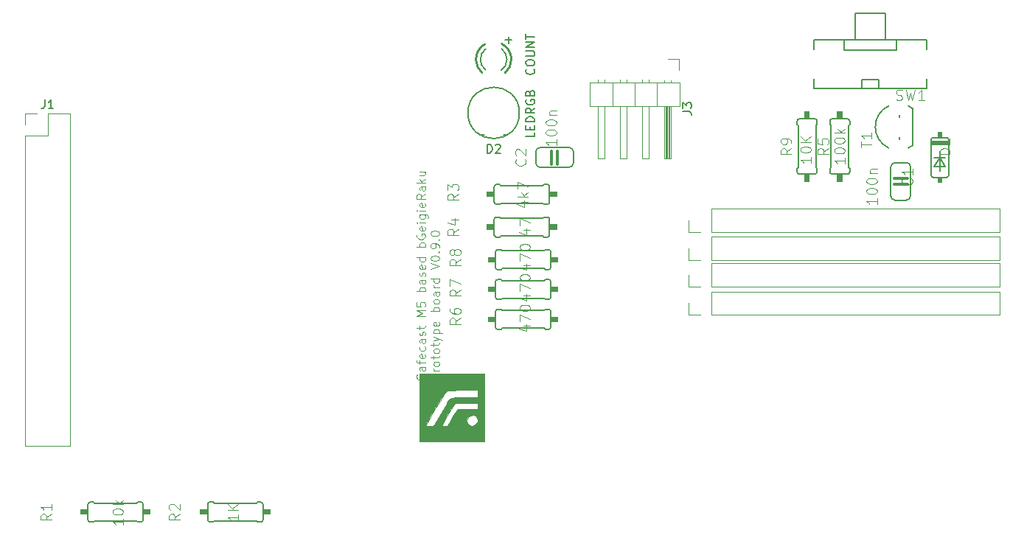
<source format=gbr>
G04 #@! TF.GenerationSoftware,KiCad,Pcbnew,(5.99.0-128-g6ff45b44c)*
G04 #@! TF.CreationDate,2019-09-15T18:53:50+09:00*
G04 #@! TF.ProjectId,M5_board,4d355f62-6f61-4726-942e-6b696361645f,rev?*
G04 #@! TF.SameCoordinates,Original*
G04 #@! TF.FileFunction,Legend,Top*
G04 #@! TF.FilePolarity,Positive*
%FSLAX46Y46*%
G04 Gerber Fmt 4.6, Leading zero omitted, Abs format (unit mm)*
G04 Created by KiCad (PCBNEW (5.99.0-128-g6ff45b44c)) date 2019-09-15 18:53:50*
%MOMM*%
%LPD*%
G04 APERTURE LIST*
%ADD10C,0.100000*%
%ADD11C,0.010000*%
%ADD12C,0.120000*%
%ADD13C,0.152400*%
%ADD14C,0.150000*%
%ADD15C,0.304800*%
%ADD16C,0.127000*%
%ADD17C,0.254000*%
%ADD18C,0.120650*%
%ADD19C,0.096520*%
G04 APERTURE END LIST*
D10*
X138349761Y-108744523D02*
X138397380Y-108601666D01*
X138397380Y-108363571D01*
X138349761Y-108268333D01*
X138302142Y-108220714D01*
X138206904Y-108173095D01*
X138111666Y-108173095D01*
X138016428Y-108220714D01*
X137968809Y-108268333D01*
X137921190Y-108363571D01*
X137873571Y-108554047D01*
X137825952Y-108649285D01*
X137778333Y-108696904D01*
X137683095Y-108744523D01*
X137587857Y-108744523D01*
X137492619Y-108696904D01*
X137445000Y-108649285D01*
X137397380Y-108554047D01*
X137397380Y-108315952D01*
X137445000Y-108173095D01*
X138397380Y-107315952D02*
X137873571Y-107315952D01*
X137778333Y-107363571D01*
X137730714Y-107458809D01*
X137730714Y-107649285D01*
X137778333Y-107744523D01*
X138349761Y-107315952D02*
X138397380Y-107411190D01*
X138397380Y-107649285D01*
X138349761Y-107744523D01*
X138254523Y-107792142D01*
X138159285Y-107792142D01*
X138064047Y-107744523D01*
X138016428Y-107649285D01*
X138016428Y-107411190D01*
X137968809Y-107315952D01*
X137730714Y-106982619D02*
X137730714Y-106601666D01*
X138397380Y-106839761D02*
X137540238Y-106839761D01*
X137445000Y-106792142D01*
X137397380Y-106696904D01*
X137397380Y-106601666D01*
X138349761Y-105887380D02*
X138397380Y-105982619D01*
X138397380Y-106173095D01*
X138349761Y-106268333D01*
X138254523Y-106315952D01*
X137873571Y-106315952D01*
X137778333Y-106268333D01*
X137730714Y-106173095D01*
X137730714Y-105982619D01*
X137778333Y-105887380D01*
X137873571Y-105839761D01*
X137968809Y-105839761D01*
X138064047Y-106315952D01*
X138349761Y-104982619D02*
X138397380Y-105077857D01*
X138397380Y-105268333D01*
X138349761Y-105363571D01*
X138302142Y-105411190D01*
X138206904Y-105458809D01*
X137921190Y-105458809D01*
X137825952Y-105411190D01*
X137778333Y-105363571D01*
X137730714Y-105268333D01*
X137730714Y-105077857D01*
X137778333Y-104982619D01*
X138397380Y-104125476D02*
X137873571Y-104125476D01*
X137778333Y-104173095D01*
X137730714Y-104268333D01*
X137730714Y-104458809D01*
X137778333Y-104554047D01*
X138349761Y-104125476D02*
X138397380Y-104220714D01*
X138397380Y-104458809D01*
X138349761Y-104554047D01*
X138254523Y-104601666D01*
X138159285Y-104601666D01*
X138064047Y-104554047D01*
X138016428Y-104458809D01*
X138016428Y-104220714D01*
X137968809Y-104125476D01*
X138349761Y-103696904D02*
X138397380Y-103601666D01*
X138397380Y-103411190D01*
X138349761Y-103315952D01*
X138254523Y-103268333D01*
X138206904Y-103268333D01*
X138111666Y-103315952D01*
X138064047Y-103411190D01*
X138064047Y-103554047D01*
X138016428Y-103649285D01*
X137921190Y-103696904D01*
X137873571Y-103696904D01*
X137778333Y-103649285D01*
X137730714Y-103554047D01*
X137730714Y-103411190D01*
X137778333Y-103315952D01*
X137730714Y-102982619D02*
X137730714Y-102601666D01*
X137397380Y-102839761D02*
X138254523Y-102839761D01*
X138349761Y-102792142D01*
X138397380Y-102696904D01*
X138397380Y-102601666D01*
X138397380Y-101506428D02*
X137397380Y-101506428D01*
X138111666Y-101173095D01*
X137397380Y-100839761D01*
X138397380Y-100839761D01*
X137397380Y-99887380D02*
X137397380Y-100363571D01*
X137873571Y-100411190D01*
X137825952Y-100363571D01*
X137778333Y-100268333D01*
X137778333Y-100030238D01*
X137825952Y-99935000D01*
X137873571Y-99887380D01*
X137968809Y-99839761D01*
X138206904Y-99839761D01*
X138302142Y-99887380D01*
X138349761Y-99935000D01*
X138397380Y-100030238D01*
X138397380Y-100268333D01*
X138349761Y-100363571D01*
X138302142Y-100411190D01*
X138397380Y-98649285D02*
X137397380Y-98649285D01*
X137778333Y-98649285D02*
X137730714Y-98554047D01*
X137730714Y-98363571D01*
X137778333Y-98268333D01*
X137825952Y-98220714D01*
X137921190Y-98173095D01*
X138206904Y-98173095D01*
X138302142Y-98220714D01*
X138349761Y-98268333D01*
X138397380Y-98363571D01*
X138397380Y-98554047D01*
X138349761Y-98649285D01*
X138397380Y-97315952D02*
X137873571Y-97315952D01*
X137778333Y-97363571D01*
X137730714Y-97458809D01*
X137730714Y-97649285D01*
X137778333Y-97744523D01*
X138349761Y-97315952D02*
X138397380Y-97411190D01*
X138397380Y-97649285D01*
X138349761Y-97744523D01*
X138254523Y-97792142D01*
X138159285Y-97792142D01*
X138064047Y-97744523D01*
X138016428Y-97649285D01*
X138016428Y-97411190D01*
X137968809Y-97315952D01*
X138349761Y-96887380D02*
X138397380Y-96792142D01*
X138397380Y-96601666D01*
X138349761Y-96506428D01*
X138254523Y-96458809D01*
X138206904Y-96458809D01*
X138111666Y-96506428D01*
X138064047Y-96601666D01*
X138064047Y-96744523D01*
X138016428Y-96839761D01*
X137921190Y-96887380D01*
X137873571Y-96887380D01*
X137778333Y-96839761D01*
X137730714Y-96744523D01*
X137730714Y-96601666D01*
X137778333Y-96506428D01*
X138349761Y-95649285D02*
X138397380Y-95744523D01*
X138397380Y-95935000D01*
X138349761Y-96030238D01*
X138254523Y-96077857D01*
X137873571Y-96077857D01*
X137778333Y-96030238D01*
X137730714Y-95935000D01*
X137730714Y-95744523D01*
X137778333Y-95649285D01*
X137873571Y-95601666D01*
X137968809Y-95601666D01*
X138064047Y-96077857D01*
X138397380Y-94744523D02*
X137397380Y-94744523D01*
X138349761Y-94744523D02*
X138397380Y-94839761D01*
X138397380Y-95030238D01*
X138349761Y-95125476D01*
X138302142Y-95173095D01*
X138206904Y-95220714D01*
X137921190Y-95220714D01*
X137825952Y-95173095D01*
X137778333Y-95125476D01*
X137730714Y-95030238D01*
X137730714Y-94839761D01*
X137778333Y-94744523D01*
X138397380Y-93506428D02*
X137397380Y-93506428D01*
X137778333Y-93506428D02*
X137730714Y-93411190D01*
X137730714Y-93220714D01*
X137778333Y-93125476D01*
X137825952Y-93077857D01*
X137921190Y-93030238D01*
X138206904Y-93030238D01*
X138302142Y-93077857D01*
X138349761Y-93125476D01*
X138397380Y-93220714D01*
X138397380Y-93411190D01*
X138349761Y-93506428D01*
X137445000Y-92077857D02*
X137397380Y-92173095D01*
X137397380Y-92315952D01*
X137445000Y-92458809D01*
X137540238Y-92554047D01*
X137635476Y-92601666D01*
X137825952Y-92649285D01*
X137968809Y-92649285D01*
X138159285Y-92601666D01*
X138254523Y-92554047D01*
X138349761Y-92458809D01*
X138397380Y-92315952D01*
X138397380Y-92220714D01*
X138349761Y-92077857D01*
X138302142Y-92030238D01*
X137968809Y-92030238D01*
X137968809Y-92220714D01*
X138349761Y-91220714D02*
X138397380Y-91315952D01*
X138397380Y-91506428D01*
X138349761Y-91601666D01*
X138254523Y-91649285D01*
X137873571Y-91649285D01*
X137778333Y-91601666D01*
X137730714Y-91506428D01*
X137730714Y-91315952D01*
X137778333Y-91220714D01*
X137873571Y-91173095D01*
X137968809Y-91173095D01*
X138064047Y-91649285D01*
X138397380Y-90744523D02*
X137730714Y-90744523D01*
X137397380Y-90744523D02*
X137445000Y-90792142D01*
X137492619Y-90744523D01*
X137445000Y-90696904D01*
X137397380Y-90744523D01*
X137492619Y-90744523D01*
X137730714Y-89839761D02*
X138540238Y-89839761D01*
X138635476Y-89887380D01*
X138683095Y-89935000D01*
X138730714Y-90030238D01*
X138730714Y-90173095D01*
X138683095Y-90268333D01*
X138349761Y-89839761D02*
X138397380Y-89935000D01*
X138397380Y-90125476D01*
X138349761Y-90220714D01*
X138302142Y-90268333D01*
X138206904Y-90315952D01*
X137921190Y-90315952D01*
X137825952Y-90268333D01*
X137778333Y-90220714D01*
X137730714Y-90125476D01*
X137730714Y-89935000D01*
X137778333Y-89839761D01*
X138397380Y-89363571D02*
X137730714Y-89363571D01*
X137397380Y-89363571D02*
X137445000Y-89411190D01*
X137492619Y-89363571D01*
X137445000Y-89315952D01*
X137397380Y-89363571D01*
X137492619Y-89363571D01*
X138349761Y-88506428D02*
X138397380Y-88601666D01*
X138397380Y-88792142D01*
X138349761Y-88887380D01*
X138254523Y-88935000D01*
X137873571Y-88935000D01*
X137778333Y-88887380D01*
X137730714Y-88792142D01*
X137730714Y-88601666D01*
X137778333Y-88506428D01*
X137873571Y-88458809D01*
X137968809Y-88458809D01*
X138064047Y-88935000D01*
X138397380Y-87458809D02*
X137921190Y-87792142D01*
X138397380Y-88030238D02*
X137397380Y-88030238D01*
X137397380Y-87649285D01*
X137445000Y-87554047D01*
X137492619Y-87506428D01*
X137587857Y-87458809D01*
X137730714Y-87458809D01*
X137825952Y-87506428D01*
X137873571Y-87554047D01*
X137921190Y-87649285D01*
X137921190Y-88030238D01*
X138397380Y-86601666D02*
X137873571Y-86601666D01*
X137778333Y-86649285D01*
X137730714Y-86744523D01*
X137730714Y-86935000D01*
X137778333Y-87030238D01*
X138349761Y-86601666D02*
X138397380Y-86696904D01*
X138397380Y-86935000D01*
X138349761Y-87030238D01*
X138254523Y-87077857D01*
X138159285Y-87077857D01*
X138064047Y-87030238D01*
X138016428Y-86935000D01*
X138016428Y-86696904D01*
X137968809Y-86601666D01*
X138397380Y-86125476D02*
X137397380Y-86125476D01*
X138016428Y-86030238D02*
X138397380Y-85744523D01*
X137730714Y-85744523D02*
X138111666Y-86125476D01*
X137730714Y-84887380D02*
X138397380Y-84887380D01*
X137730714Y-85315952D02*
X138254523Y-85315952D01*
X138349761Y-85268333D01*
X138397380Y-85173095D01*
X138397380Y-85030238D01*
X138349761Y-84935000D01*
X138302142Y-84887380D01*
X139340714Y-108696904D02*
X140340714Y-108696904D01*
X139388333Y-108696904D02*
X139340714Y-108601666D01*
X139340714Y-108411190D01*
X139388333Y-108315952D01*
X139435952Y-108268333D01*
X139531190Y-108220714D01*
X139816904Y-108220714D01*
X139912142Y-108268333D01*
X139959761Y-108315952D01*
X140007380Y-108411190D01*
X140007380Y-108601666D01*
X139959761Y-108696904D01*
X140007380Y-107792142D02*
X139340714Y-107792142D01*
X139531190Y-107792142D02*
X139435952Y-107744523D01*
X139388333Y-107696904D01*
X139340714Y-107601666D01*
X139340714Y-107506428D01*
X140007380Y-107030238D02*
X139959761Y-107125476D01*
X139912142Y-107173095D01*
X139816904Y-107220714D01*
X139531190Y-107220714D01*
X139435952Y-107173095D01*
X139388333Y-107125476D01*
X139340714Y-107030238D01*
X139340714Y-106887380D01*
X139388333Y-106792142D01*
X139435952Y-106744523D01*
X139531190Y-106696904D01*
X139816904Y-106696904D01*
X139912142Y-106744523D01*
X139959761Y-106792142D01*
X140007380Y-106887380D01*
X140007380Y-107030238D01*
X139340714Y-106411190D02*
X139340714Y-106030238D01*
X139007380Y-106268333D02*
X139864523Y-106268333D01*
X139959761Y-106220714D01*
X140007380Y-106125476D01*
X140007380Y-106030238D01*
X140007380Y-105554047D02*
X139959761Y-105649285D01*
X139912142Y-105696904D01*
X139816904Y-105744523D01*
X139531190Y-105744523D01*
X139435952Y-105696904D01*
X139388333Y-105649285D01*
X139340714Y-105554047D01*
X139340714Y-105411190D01*
X139388333Y-105315952D01*
X139435952Y-105268333D01*
X139531190Y-105220714D01*
X139816904Y-105220714D01*
X139912142Y-105268333D01*
X139959761Y-105315952D01*
X140007380Y-105411190D01*
X140007380Y-105554047D01*
X139340714Y-104935000D02*
X139340714Y-104554047D01*
X139007380Y-104792142D02*
X139864523Y-104792142D01*
X139959761Y-104744523D01*
X140007380Y-104649285D01*
X140007380Y-104554047D01*
X139340714Y-104315952D02*
X140007380Y-104077857D01*
X139340714Y-103839761D02*
X140007380Y-104077857D01*
X140245476Y-104173095D01*
X140293095Y-104220714D01*
X140340714Y-104315952D01*
X139340714Y-103458809D02*
X140340714Y-103458809D01*
X139388333Y-103458809D02*
X139340714Y-103363571D01*
X139340714Y-103173095D01*
X139388333Y-103077857D01*
X139435952Y-103030238D01*
X139531190Y-102982619D01*
X139816904Y-102982619D01*
X139912142Y-103030238D01*
X139959761Y-103077857D01*
X140007380Y-103173095D01*
X140007380Y-103363571D01*
X139959761Y-103458809D01*
X139959761Y-102173095D02*
X140007380Y-102268333D01*
X140007380Y-102458809D01*
X139959761Y-102554047D01*
X139864523Y-102601666D01*
X139483571Y-102601666D01*
X139388333Y-102554047D01*
X139340714Y-102458809D01*
X139340714Y-102268333D01*
X139388333Y-102173095D01*
X139483571Y-102125476D01*
X139578809Y-102125476D01*
X139674047Y-102601666D01*
X140007380Y-100935000D02*
X139007380Y-100935000D01*
X139388333Y-100935000D02*
X139340714Y-100839761D01*
X139340714Y-100649285D01*
X139388333Y-100554047D01*
X139435952Y-100506428D01*
X139531190Y-100458809D01*
X139816904Y-100458809D01*
X139912142Y-100506428D01*
X139959761Y-100554047D01*
X140007380Y-100649285D01*
X140007380Y-100839761D01*
X139959761Y-100935000D01*
X140007380Y-99887380D02*
X139959761Y-99982619D01*
X139912142Y-100030238D01*
X139816904Y-100077857D01*
X139531190Y-100077857D01*
X139435952Y-100030238D01*
X139388333Y-99982619D01*
X139340714Y-99887380D01*
X139340714Y-99744523D01*
X139388333Y-99649285D01*
X139435952Y-99601666D01*
X139531190Y-99554047D01*
X139816904Y-99554047D01*
X139912142Y-99601666D01*
X139959761Y-99649285D01*
X140007380Y-99744523D01*
X140007380Y-99887380D01*
X140007380Y-98696904D02*
X139483571Y-98696904D01*
X139388333Y-98744523D01*
X139340714Y-98839761D01*
X139340714Y-99030238D01*
X139388333Y-99125476D01*
X139959761Y-98696904D02*
X140007380Y-98792142D01*
X140007380Y-99030238D01*
X139959761Y-99125476D01*
X139864523Y-99173095D01*
X139769285Y-99173095D01*
X139674047Y-99125476D01*
X139626428Y-99030238D01*
X139626428Y-98792142D01*
X139578809Y-98696904D01*
X140007380Y-98220714D02*
X139340714Y-98220714D01*
X139531190Y-98220714D02*
X139435952Y-98173095D01*
X139388333Y-98125476D01*
X139340714Y-98030238D01*
X139340714Y-97935000D01*
X140007380Y-97173095D02*
X139007380Y-97173095D01*
X139959761Y-97173095D02*
X140007380Y-97268333D01*
X140007380Y-97458809D01*
X139959761Y-97554047D01*
X139912142Y-97601666D01*
X139816904Y-97649285D01*
X139531190Y-97649285D01*
X139435952Y-97601666D01*
X139388333Y-97554047D01*
X139340714Y-97458809D01*
X139340714Y-97268333D01*
X139388333Y-97173095D01*
X139007380Y-96077857D02*
X140007380Y-95744523D01*
X139007380Y-95411190D01*
X139007380Y-94887380D02*
X139007380Y-94792142D01*
X139055000Y-94696904D01*
X139102619Y-94649285D01*
X139197857Y-94601666D01*
X139388333Y-94554047D01*
X139626428Y-94554047D01*
X139816904Y-94601666D01*
X139912142Y-94649285D01*
X139959761Y-94696904D01*
X140007380Y-94792142D01*
X140007380Y-94887380D01*
X139959761Y-94982619D01*
X139912142Y-95030238D01*
X139816904Y-95077857D01*
X139626428Y-95125476D01*
X139388333Y-95125476D01*
X139197857Y-95077857D01*
X139102619Y-95030238D01*
X139055000Y-94982619D01*
X139007380Y-94887380D01*
X139912142Y-94125476D02*
X139959761Y-94077857D01*
X140007380Y-94125476D01*
X139959761Y-94173095D01*
X139912142Y-94125476D01*
X140007380Y-94125476D01*
X140007380Y-93601666D02*
X140007380Y-93411190D01*
X139959761Y-93315952D01*
X139912142Y-93268333D01*
X139769285Y-93173095D01*
X139578809Y-93125476D01*
X139197857Y-93125476D01*
X139102619Y-93173095D01*
X139055000Y-93220714D01*
X139007380Y-93315952D01*
X139007380Y-93506428D01*
X139055000Y-93601666D01*
X139102619Y-93649285D01*
X139197857Y-93696904D01*
X139435952Y-93696904D01*
X139531190Y-93649285D01*
X139578809Y-93601666D01*
X139626428Y-93506428D01*
X139626428Y-93315952D01*
X139578809Y-93220714D01*
X139531190Y-93173095D01*
X139435952Y-93125476D01*
X139912142Y-92696904D02*
X139959761Y-92649285D01*
X140007380Y-92696904D01*
X139959761Y-92744523D01*
X139912142Y-92696904D01*
X140007380Y-92696904D01*
X139007380Y-92030238D02*
X139007380Y-91935000D01*
X139055000Y-91839761D01*
X139102619Y-91792142D01*
X139197857Y-91744523D01*
X139388333Y-91696904D01*
X139626428Y-91696904D01*
X139816904Y-91744523D01*
X139912142Y-91792142D01*
X139959761Y-91839761D01*
X140007380Y-91935000D01*
X140007380Y-92030238D01*
X139959761Y-92125476D01*
X139912142Y-92173095D01*
X139816904Y-92220714D01*
X139626428Y-92268333D01*
X139388333Y-92268333D01*
X139197857Y-92220714D01*
X139102619Y-92173095D01*
X139055000Y-92125476D01*
X139007380Y-92030238D01*
D11*
G36*
X137774667Y-108105333D02*
G01*
X145225333Y-108105333D01*
X145225333Y-115894666D01*
X137774667Y-115894666D01*
X137774667Y-114072723D01*
X138452000Y-114072723D01*
X138528512Y-114097006D01*
X138725509Y-114112965D01*
X138908313Y-114116666D01*
X139364626Y-114116666D01*
X140239509Y-114116666D01*
X140600605Y-114116667D01*
X140961702Y-114116667D01*
X141287156Y-113530028D01*
X143181457Y-113530028D01*
X143270157Y-113792998D01*
X143459549Y-113989000D01*
X143716544Y-114084293D01*
X144008056Y-114045135D01*
X144018132Y-114041058D01*
X144259736Y-113874147D01*
X144422016Y-113636657D01*
X144457603Y-113498629D01*
X144425935Y-113383092D01*
X144341325Y-113195088D01*
X144334793Y-113182355D01*
X144138399Y-112958214D01*
X143878816Y-112859002D01*
X143604647Y-112882459D01*
X143364497Y-113026330D01*
X143226536Y-113233830D01*
X143181457Y-113530028D01*
X141287156Y-113530028D01*
X141372700Y-113375833D01*
X141567335Y-113030601D01*
X141749737Y-112716850D01*
X141892799Y-112480781D01*
X141943948Y-112402166D01*
X142104197Y-112169333D01*
X144463333Y-112169333D01*
X144463333Y-111492000D01*
X141899407Y-111492000D01*
X141649390Y-111767166D01*
X141515083Y-111943585D01*
X141324107Y-112232058D01*
X141099934Y-112595469D01*
X140866035Y-112996705D01*
X140819441Y-113079500D01*
X140239509Y-114116666D01*
X139364626Y-114116666D01*
X140231650Y-112589760D01*
X140502087Y-112122327D01*
X140755623Y-111700470D01*
X140976894Y-111348486D01*
X141150530Y-111090674D01*
X141261167Y-110951328D01*
X141275843Y-110938760D01*
X141379244Y-110891652D01*
X141550256Y-110857434D01*
X141811891Y-110834411D01*
X142187161Y-110820884D01*
X142699078Y-110815155D01*
X142958172Y-110814666D01*
X144463333Y-110814666D01*
X144463333Y-109958495D01*
X142694016Y-109984414D01*
X142097003Y-109994359D01*
X141645777Y-110005858D01*
X141316797Y-110021191D01*
X141086518Y-110042641D01*
X140931397Y-110072488D01*
X140827890Y-110113014D01*
X140752454Y-110166500D01*
X140744851Y-110173279D01*
X140668020Y-110276004D01*
X140523570Y-110498775D01*
X140325557Y-110817686D01*
X140088036Y-111208835D01*
X139825062Y-111648317D01*
X139550692Y-112112228D01*
X139278980Y-112576665D01*
X139023982Y-113017724D01*
X138799754Y-113411500D01*
X138620350Y-113734089D01*
X138499826Y-113961588D01*
X138452237Y-114070093D01*
X138452000Y-114072723D01*
X137774667Y-114072723D01*
X137774667Y-108105333D01*
X137774667Y-108105333D01*
G37*
X137774667Y-108105333D02*
X145225333Y-108105333D01*
X145225333Y-115894666D01*
X137774667Y-115894666D01*
X137774667Y-114072723D01*
X138452000Y-114072723D01*
X138528512Y-114097006D01*
X138725509Y-114112965D01*
X138908313Y-114116666D01*
X139364626Y-114116666D01*
X140239509Y-114116666D01*
X140600605Y-114116667D01*
X140961702Y-114116667D01*
X141287156Y-113530028D01*
X143181457Y-113530028D01*
X143270157Y-113792998D01*
X143459549Y-113989000D01*
X143716544Y-114084293D01*
X144008056Y-114045135D01*
X144018132Y-114041058D01*
X144259736Y-113874147D01*
X144422016Y-113636657D01*
X144457603Y-113498629D01*
X144425935Y-113383092D01*
X144341325Y-113195088D01*
X144334793Y-113182355D01*
X144138399Y-112958214D01*
X143878816Y-112859002D01*
X143604647Y-112882459D01*
X143364497Y-113026330D01*
X143226536Y-113233830D01*
X143181457Y-113530028D01*
X141287156Y-113530028D01*
X141372700Y-113375833D01*
X141567335Y-113030601D01*
X141749737Y-112716850D01*
X141892799Y-112480781D01*
X141943948Y-112402166D01*
X142104197Y-112169333D01*
X144463333Y-112169333D01*
X144463333Y-111492000D01*
X141899407Y-111492000D01*
X141649390Y-111767166D01*
X141515083Y-111943585D01*
X141324107Y-112232058D01*
X141099934Y-112595469D01*
X140866035Y-112996705D01*
X140819441Y-113079500D01*
X140239509Y-114116666D01*
X139364626Y-114116666D01*
X140231650Y-112589760D01*
X140502087Y-112122327D01*
X140755623Y-111700470D01*
X140976894Y-111348486D01*
X141150530Y-111090674D01*
X141261167Y-110951328D01*
X141275843Y-110938760D01*
X141379244Y-110891652D01*
X141550256Y-110857434D01*
X141811891Y-110834411D01*
X142187161Y-110820884D01*
X142699078Y-110815155D01*
X142958172Y-110814666D01*
X144463333Y-110814666D01*
X144463333Y-109958495D01*
X142694016Y-109984414D01*
X142097003Y-109994359D01*
X141645777Y-110005858D01*
X141316797Y-110021191D01*
X141086518Y-110042641D01*
X140931397Y-110072488D01*
X140827890Y-110113014D01*
X140752454Y-110166500D01*
X140744851Y-110173279D01*
X140668020Y-110276004D01*
X140523570Y-110498775D01*
X140325557Y-110817686D01*
X140088036Y-111208835D01*
X139825062Y-111648317D01*
X139550692Y-112112228D01*
X139278980Y-112576665D01*
X139023982Y-113017724D01*
X138799754Y-113411500D01*
X138620350Y-113734089D01*
X138499826Y-113961588D01*
X138452237Y-114070093D01*
X138452000Y-114072723D01*
X137774667Y-114072723D01*
X137774667Y-108105333D01*
D12*
X168670000Y-91830000D02*
X168670000Y-90500000D01*
X170000000Y-91830000D02*
X168670000Y-91830000D01*
X171270000Y-91830000D02*
X171270000Y-89170000D01*
X171270000Y-89170000D02*
X204350000Y-89170000D01*
X171270000Y-91830000D02*
X204350000Y-91830000D01*
X204350000Y-91830000D02*
X204350000Y-89170000D01*
X168670000Y-95030000D02*
X168670000Y-93700000D01*
X170000000Y-95030000D02*
X168670000Y-95030000D01*
X171270000Y-95030000D02*
X171270000Y-92370000D01*
X171270000Y-92370000D02*
X204350000Y-92370000D01*
X171270000Y-95030000D02*
X204350000Y-95030000D01*
X204350000Y-95030000D02*
X204350000Y-92370000D01*
X168670000Y-98080000D02*
X168670000Y-96750000D01*
X170000000Y-98080000D02*
X168670000Y-98080000D01*
X171270000Y-98080000D02*
X171270000Y-95420000D01*
X171270000Y-95420000D02*
X204350000Y-95420000D01*
X171270000Y-98080000D02*
X204350000Y-98080000D01*
X204350000Y-98080000D02*
X204350000Y-95420000D01*
X168670000Y-101330000D02*
X168670000Y-100000000D01*
X170000000Y-101330000D02*
X168670000Y-101330000D01*
X171270000Y-101330000D02*
X171270000Y-98670000D01*
X171270000Y-98670000D02*
X204350000Y-98670000D01*
X171270000Y-101330000D02*
X204350000Y-101330000D01*
X204350000Y-101330000D02*
X204350000Y-98670000D01*
D13*
X113659000Y-122857000D02*
G75*
G03X113405000Y-123111000I0J-254000D01*
G01*
X113659000Y-125143000D02*
G75*
G02X113405000Y-124889000I0J254000D01*
G01*
X119755000Y-124889000D02*
G75*
G02X119501000Y-125143000I-254000J0D01*
G01*
X119755000Y-123111000D02*
G75*
G03X119501000Y-122857000I-254000J0D01*
G01*
X113405000Y-124889000D02*
X113405000Y-123111000D01*
X113659000Y-122857000D02*
X114040000Y-122857000D01*
X114167000Y-122984000D02*
X114040000Y-122857000D01*
X113659000Y-125143000D02*
X114040000Y-125143000D01*
X114167000Y-125016000D02*
X114040000Y-125143000D01*
X118993000Y-122984000D02*
X119120000Y-122857000D01*
X118993000Y-122984000D02*
X114167000Y-122984000D01*
X118993000Y-125016000D02*
X119120000Y-125143000D01*
X118993000Y-125016000D02*
X114167000Y-125016000D01*
X119501000Y-122857000D02*
X119120000Y-122857000D01*
X119501000Y-125143000D02*
X119120000Y-125143000D01*
X119755000Y-124889000D02*
X119755000Y-123111000D01*
D14*
G36*
X120618600Y-124304800D02*
G01*
X119755000Y-124304800D01*
X119755000Y-123695200D01*
X120618600Y-123695200D01*
X120618600Y-124304800D01*
X120618600Y-124304800D01*
G37*
G36*
X113405000Y-124304800D02*
G01*
X112541400Y-124304800D01*
X112541400Y-123695200D01*
X113405000Y-123695200D01*
X113405000Y-124304800D01*
X113405000Y-124304800D01*
G37*
D13*
X99909000Y-122857000D02*
G75*
G03X99655000Y-123111000I0J-254000D01*
G01*
X99909000Y-125143000D02*
G75*
G02X99655000Y-124889000I0J254000D01*
G01*
X106005000Y-124889000D02*
G75*
G02X105751000Y-125143000I-254000J0D01*
G01*
X106005000Y-123111000D02*
G75*
G03X105751000Y-122857000I-254000J0D01*
G01*
X99655000Y-124889000D02*
X99655000Y-123111000D01*
X99909000Y-122857000D02*
X100290000Y-122857000D01*
X100417000Y-122984000D02*
X100290000Y-122857000D01*
X99909000Y-125143000D02*
X100290000Y-125143000D01*
X100417000Y-125016000D02*
X100290000Y-125143000D01*
X105243000Y-122984000D02*
X105370000Y-122857000D01*
X105243000Y-122984000D02*
X100417000Y-122984000D01*
X105243000Y-125016000D02*
X105370000Y-125143000D01*
X105243000Y-125016000D02*
X100417000Y-125016000D01*
X105751000Y-122857000D02*
X105370000Y-122857000D01*
X105751000Y-125143000D02*
X105370000Y-125143000D01*
X106005000Y-124889000D02*
X106005000Y-123111000D01*
D14*
G36*
X106868600Y-124304800D02*
G01*
X106005000Y-124304800D01*
X106005000Y-123695200D01*
X106868600Y-123695200D01*
X106868600Y-124304800D01*
X106868600Y-124304800D01*
G37*
G36*
X99655000Y-124304800D02*
G01*
X98791400Y-124304800D01*
X98791400Y-123695200D01*
X99655000Y-123695200D01*
X99655000Y-124304800D01*
X99655000Y-124304800D01*
G37*
D13*
X183393000Y-79079000D02*
G75*
G03X183139000Y-78825000I-254000J0D01*
G01*
X181107000Y-79079000D02*
G75*
G02X181361000Y-78825000I254000J0D01*
G01*
X181361000Y-85175000D02*
G75*
G02X181107000Y-84921000I0J254000D01*
G01*
X183139000Y-85175000D02*
G75*
G03X183393000Y-84921000I0J254000D01*
G01*
X181361000Y-78825000D02*
X183139000Y-78825000D01*
X183393000Y-79079000D02*
X183393000Y-79460000D01*
X183266000Y-79587000D02*
X183393000Y-79460000D01*
X181107000Y-79079000D02*
X181107000Y-79460000D01*
X181234000Y-79587000D02*
X181107000Y-79460000D01*
X183266000Y-84413000D02*
X183393000Y-84540000D01*
X183266000Y-84413000D02*
X183266000Y-79587000D01*
X181234000Y-84413000D02*
X181107000Y-84540000D01*
X181234000Y-84413000D02*
X181234000Y-79587000D01*
X183393000Y-84921000D02*
X183393000Y-84540000D01*
X181107000Y-84921000D02*
X181107000Y-84540000D01*
X181361000Y-85175000D02*
X183139000Y-85175000D01*
D14*
G36*
X182554800Y-86038600D02*
G01*
X181945200Y-86038600D01*
X181945200Y-85175000D01*
X182554800Y-85175000D01*
X182554800Y-86038600D01*
X182554800Y-86038600D01*
G37*
G36*
X182554800Y-78825000D02*
G01*
X181945200Y-78825000D01*
X181945200Y-77961400D01*
X182554800Y-77961400D01*
X182554800Y-78825000D01*
X182554800Y-78825000D01*
G37*
D13*
X155409000Y-82615000D02*
X155409000Y-83885000D01*
X154901000Y-84393000D02*
G75*
G03X155409000Y-83885000I0J508000D01*
G01*
X154901000Y-82107000D02*
G75*
G02X155409000Y-82615000I0J-508000D01*
G01*
X151599000Y-84393000D02*
X154901000Y-84393000D01*
X151091000Y-82615000D02*
X151091000Y-83885000D01*
X151599000Y-82107000D02*
X154901000Y-82107000D01*
X151091000Y-83885000D02*
G75*
G03X151599000Y-84393000I508000J0D01*
G01*
X151091000Y-82615000D02*
G75*
G02X151599000Y-82107000I508000J0D01*
G01*
D15*
X153554800Y-84012000D02*
X153554800Y-82488000D01*
X152919800Y-84012000D02*
X152919800Y-82488000D01*
D13*
X146716000Y-93847800D02*
G75*
G03X146462000Y-94101800I0J-254000D01*
G01*
X146716000Y-96133800D02*
G75*
G02X146462000Y-95879800I0J254000D01*
G01*
X152812000Y-95879800D02*
G75*
G02X152558000Y-96133800I-254000J0D01*
G01*
X152812000Y-94101800D02*
G75*
G03X152558000Y-93847800I-254000J0D01*
G01*
X146462000Y-95879800D02*
X146462000Y-94101800D01*
X146716000Y-93847800D02*
X147097000Y-93847800D01*
X147224000Y-93974800D02*
X147097000Y-93847800D01*
X146716000Y-96133800D02*
X147097000Y-96133800D01*
X147224000Y-96006800D02*
X147097000Y-96133800D01*
X152050000Y-93974800D02*
X152177000Y-93847800D01*
X152050000Y-93974800D02*
X147224000Y-93974800D01*
X152050000Y-96006800D02*
X152177000Y-96133800D01*
X152050000Y-96006800D02*
X147224000Y-96006800D01*
X152558000Y-93847800D02*
X152177000Y-93847800D01*
X152558000Y-96133800D02*
X152177000Y-96133800D01*
X152812000Y-95879800D02*
X152812000Y-94101800D01*
D14*
G36*
X153675600Y-95295600D02*
G01*
X152812000Y-95295600D01*
X152812000Y-94686000D01*
X153675600Y-94686000D01*
X153675600Y-95295600D01*
X153675600Y-95295600D01*
G37*
G36*
X146462000Y-95295600D02*
G01*
X145598400Y-95295600D01*
X145598400Y-94686000D01*
X146462000Y-94686000D01*
X146462000Y-95295600D01*
X146462000Y-95295600D01*
G37*
D13*
X146716000Y-97277800D02*
G75*
G03X146462000Y-97531800I0J-254000D01*
G01*
X146716000Y-99563800D02*
G75*
G02X146462000Y-99309800I0J254000D01*
G01*
X152812000Y-99309800D02*
G75*
G02X152558000Y-99563800I-254000J0D01*
G01*
X152812000Y-97531800D02*
G75*
G03X152558000Y-97277800I-254000J0D01*
G01*
X146462000Y-99309800D02*
X146462000Y-97531800D01*
X146716000Y-97277800D02*
X147097000Y-97277800D01*
X147224000Y-97404800D02*
X147097000Y-97277800D01*
X146716000Y-99563800D02*
X147097000Y-99563800D01*
X147224000Y-99436800D02*
X147097000Y-99563800D01*
X152050000Y-97404800D02*
X152177000Y-97277800D01*
X152050000Y-97404800D02*
X147224000Y-97404800D01*
X152050000Y-99436800D02*
X152177000Y-99563800D01*
X152050000Y-99436800D02*
X147224000Y-99436800D01*
X152558000Y-97277800D02*
X152177000Y-97277800D01*
X152558000Y-99563800D02*
X152177000Y-99563800D01*
X152812000Y-99309800D02*
X152812000Y-97531800D01*
D14*
G36*
X153675600Y-98725600D02*
G01*
X152812000Y-98725600D01*
X152812000Y-98116000D01*
X153675600Y-98116000D01*
X153675600Y-98725600D01*
X153675600Y-98725600D01*
G37*
G36*
X146462000Y-98725600D02*
G01*
X145598400Y-98725600D01*
X145598400Y-98116000D01*
X146462000Y-98116000D01*
X146462000Y-98725600D01*
X146462000Y-98725600D01*
G37*
D13*
X146716000Y-100707800D02*
G75*
G03X146462000Y-100961800I0J-254000D01*
G01*
X146716000Y-102993800D02*
G75*
G02X146462000Y-102739800I0J254000D01*
G01*
X152812000Y-102739800D02*
G75*
G02X152558000Y-102993800I-254000J0D01*
G01*
X152812000Y-100961800D02*
G75*
G03X152558000Y-100707800I-254000J0D01*
G01*
X146462000Y-102739800D02*
X146462000Y-100961800D01*
X146716000Y-100707800D02*
X147097000Y-100707800D01*
X147224000Y-100834800D02*
X147097000Y-100707800D01*
X146716000Y-102993800D02*
X147097000Y-102993800D01*
X147224000Y-102866800D02*
X147097000Y-102993800D01*
X152050000Y-100834800D02*
X152177000Y-100707800D01*
X152050000Y-100834800D02*
X147224000Y-100834800D01*
X152050000Y-102866800D02*
X152177000Y-102993800D01*
X152050000Y-102866800D02*
X147224000Y-102866800D01*
X152558000Y-100707800D02*
X152177000Y-100707800D01*
X152558000Y-102993800D02*
X152177000Y-102993800D01*
X152812000Y-102739800D02*
X152812000Y-100961800D01*
D14*
G36*
X153675600Y-102155600D02*
G01*
X152812000Y-102155600D01*
X152812000Y-101546000D01*
X153675600Y-101546000D01*
X153675600Y-102155600D01*
X153675600Y-102155600D01*
G37*
G36*
X146462000Y-102155600D02*
G01*
X145598400Y-102155600D01*
X145598400Y-101546000D01*
X146462000Y-101546000D01*
X146462000Y-102155600D01*
X146462000Y-102155600D01*
G37*
X147350000Y-80635000D02*
X147800000Y-80635000D01*
X149200000Y-78135000D02*
G75*
G03X149200000Y-78135000I-2950000J0D01*
G01*
X145150000Y-80635000D02*
X144700000Y-80635000D01*
D16*
X193861800Y-77325300D02*
G75*
G02X194401000Y-77655000I-1111909J-2424208D01*
G01*
X192877000Y-78346000D02*
X192877000Y-78614000D01*
X192877000Y-80886000D02*
X192877000Y-81154000D01*
X194401000Y-81845000D02*
G75*
G02X193885900Y-82163500I-1651106J2094505D01*
G01*
X191614098Y-77337001D02*
G75*
G03X191614100Y-82163000I1135910J-2412999D01*
G01*
X194401000Y-81845000D02*
X194401000Y-77655000D01*
X183000000Y-69700000D02*
X183000000Y-70800000D01*
X183000000Y-75300000D02*
X183000000Y-74200000D01*
X196000000Y-69700000D02*
X196000000Y-70800000D01*
X196000000Y-75300000D02*
X196000000Y-74200000D01*
X187750000Y-66700000D02*
X187750000Y-69700000D01*
X191250000Y-66700000D02*
X187750000Y-66700000D01*
X191250000Y-69700000D02*
X191250000Y-66700000D01*
X186500000Y-70900000D02*
X186500000Y-69700000D01*
X192500000Y-70900000D02*
X186500000Y-70900000D01*
X192500000Y-69700000D02*
X192500000Y-70900000D01*
X188500000Y-74300000D02*
X188500000Y-75300000D01*
X190500000Y-74300000D02*
X188500000Y-74300000D01*
X190500000Y-75300000D02*
X190500000Y-74300000D01*
X192500000Y-69700000D02*
X196000000Y-69700000D01*
X191250000Y-69700000D02*
X192500000Y-69700000D01*
X187750000Y-69700000D02*
X191250000Y-69700000D01*
X186500000Y-69700000D02*
X187750000Y-69700000D01*
X183000000Y-69700000D02*
X186500000Y-69700000D01*
X188500000Y-75300000D02*
X183000000Y-75300000D01*
X190500000Y-75300000D02*
X188500000Y-75300000D01*
X196000000Y-75300000D02*
X190500000Y-75300000D01*
D14*
G36*
X186304800Y-86038600D02*
G01*
X185695200Y-86038600D01*
X185695200Y-85175000D01*
X186304800Y-85175000D01*
X186304800Y-86038600D01*
X186304800Y-86038600D01*
G37*
G36*
X186304800Y-78825000D02*
G01*
X185695200Y-78825000D01*
X185695200Y-77961400D01*
X186304800Y-77961400D01*
X186304800Y-78825000D01*
X186304800Y-78825000D01*
G37*
D13*
X186889000Y-78825000D02*
X185111000Y-78825000D01*
X187143000Y-79079000D02*
X187143000Y-79460000D01*
X184857000Y-79079000D02*
X184857000Y-79460000D01*
X187016000Y-79587000D02*
X187016000Y-84413000D01*
X187016000Y-79587000D02*
X187143000Y-79460000D01*
X184984000Y-79587000D02*
X184984000Y-84413000D01*
X184984000Y-79587000D02*
X184857000Y-79460000D01*
X187016000Y-84413000D02*
X187143000Y-84540000D01*
X187143000Y-84921000D02*
X187143000Y-84540000D01*
X184984000Y-84413000D02*
X184857000Y-84540000D01*
X184857000Y-84921000D02*
X184857000Y-84540000D01*
X186889000Y-85175000D02*
X185111000Y-85175000D01*
X185111000Y-78825000D02*
G75*
G03X184857000Y-79079000I0J-254000D01*
G01*
X186889000Y-78825000D02*
G75*
G02X187143000Y-79079000I0J-254000D01*
G01*
X187143000Y-84921000D02*
G75*
G02X186889000Y-85175000I-254000J0D01*
G01*
X184857000Y-84921000D02*
G75*
G03X185111000Y-85175000I254000J0D01*
G01*
D14*
G36*
X153538600Y-91554800D02*
G01*
X152675000Y-91554800D01*
X152675000Y-90945200D01*
X153538600Y-90945200D01*
X153538600Y-91554800D01*
X153538600Y-91554800D01*
G37*
G36*
X146325000Y-91554800D02*
G01*
X145461400Y-91554800D01*
X145461400Y-90945200D01*
X146325000Y-90945200D01*
X146325000Y-91554800D01*
X146325000Y-91554800D01*
G37*
D13*
X146325000Y-90361000D02*
X146325000Y-92139000D01*
X146579000Y-90107000D02*
X146960000Y-90107000D01*
X146579000Y-92393000D02*
X146960000Y-92393000D01*
X147087000Y-90234000D02*
X151913000Y-90234000D01*
X147087000Y-90234000D02*
X146960000Y-90107000D01*
X147087000Y-92266000D02*
X151913000Y-92266000D01*
X147087000Y-92266000D02*
X146960000Y-92393000D01*
X151913000Y-90234000D02*
X152040000Y-90107000D01*
X152421000Y-90107000D02*
X152040000Y-90107000D01*
X151913000Y-92266000D02*
X152040000Y-92393000D01*
X152421000Y-92393000D02*
X152040000Y-92393000D01*
X152675000Y-90361000D02*
X152675000Y-92139000D01*
X146325000Y-92139000D02*
G75*
G03X146579000Y-92393000I254000J0D01*
G01*
X146325000Y-90361000D02*
G75*
G02X146579000Y-90107000I254000J0D01*
G01*
X152421000Y-90107000D02*
G75*
G02X152675000Y-90361000I0J-254000D01*
G01*
X152421000Y-92393000D02*
G75*
G03X152675000Y-92139000I0J254000D01*
G01*
D14*
G36*
X146325000Y-87804800D02*
G01*
X145461400Y-87804800D01*
X145461400Y-87195200D01*
X146325000Y-87195200D01*
X146325000Y-87804800D01*
X146325000Y-87804800D01*
G37*
G36*
X153538600Y-87804800D02*
G01*
X152675000Y-87804800D01*
X152675000Y-87195200D01*
X153538600Y-87195200D01*
X153538600Y-87804800D01*
X153538600Y-87804800D01*
G37*
D13*
X152675000Y-88389000D02*
X152675000Y-86611000D01*
X152421000Y-88643000D02*
X152040000Y-88643000D01*
X152421000Y-86357000D02*
X152040000Y-86357000D01*
X151913000Y-88516000D02*
X147087000Y-88516000D01*
X151913000Y-88516000D02*
X152040000Y-88643000D01*
X151913000Y-86484000D02*
X147087000Y-86484000D01*
X151913000Y-86484000D02*
X152040000Y-86357000D01*
X147087000Y-88516000D02*
X146960000Y-88643000D01*
X146579000Y-88643000D02*
X146960000Y-88643000D01*
X147087000Y-86484000D02*
X146960000Y-86357000D01*
X146579000Y-86357000D02*
X146960000Y-86357000D01*
X146325000Y-88389000D02*
X146325000Y-86611000D01*
X152675000Y-86611000D02*
G75*
G03X152421000Y-86357000I-254000J0D01*
G01*
X152675000Y-88389000D02*
G75*
G02X152421000Y-88643000I-254000J0D01*
G01*
X146579000Y-88643000D02*
G75*
G02X146325000Y-88389000I0J254000D01*
G01*
X146579000Y-86357000D02*
G75*
G03X146325000Y-86611000I0J-254000D01*
G01*
D12*
X167520000Y-71980000D02*
X167520000Y-73250000D01*
X166250000Y-71980000D02*
X167520000Y-71980000D01*
X158250000Y-74292929D02*
X158250000Y-74690000D01*
X159010000Y-74292929D02*
X159010000Y-74690000D01*
X158250000Y-83350000D02*
X158250000Y-77350000D01*
X159010000Y-83350000D02*
X158250000Y-83350000D01*
X159010000Y-77350000D02*
X159010000Y-83350000D01*
X159900000Y-74690000D02*
X159900000Y-77350000D01*
X160790000Y-74292929D02*
X160790000Y-74690000D01*
X161550000Y-74292929D02*
X161550000Y-74690000D01*
X160790000Y-83350000D02*
X160790000Y-77350000D01*
X161550000Y-83350000D02*
X160790000Y-83350000D01*
X161550000Y-77350000D02*
X161550000Y-83350000D01*
X162440000Y-74690000D02*
X162440000Y-77350000D01*
X163330000Y-74292929D02*
X163330000Y-74690000D01*
X164090000Y-74292929D02*
X164090000Y-74690000D01*
X163330000Y-83350000D02*
X163330000Y-77350000D01*
X164090000Y-83350000D02*
X163330000Y-83350000D01*
X164090000Y-77350000D02*
X164090000Y-83350000D01*
X164980000Y-74690000D02*
X164980000Y-77350000D01*
X165870000Y-74360000D02*
X165870000Y-74690000D01*
X166630000Y-74360000D02*
X166630000Y-74690000D01*
X165970000Y-77350000D02*
X165970000Y-83350000D01*
X166090000Y-77350000D02*
X166090000Y-83350000D01*
X166210000Y-77350000D02*
X166210000Y-83350000D01*
X166330000Y-77350000D02*
X166330000Y-83350000D01*
X166450000Y-77350000D02*
X166450000Y-83350000D01*
X166570000Y-77350000D02*
X166570000Y-83350000D01*
X165870000Y-83350000D02*
X165870000Y-77350000D01*
X166630000Y-83350000D02*
X165870000Y-83350000D01*
X166630000Y-77350000D02*
X166630000Y-83350000D01*
X167580000Y-77350000D02*
X167580000Y-74690000D01*
X157300000Y-77350000D02*
X167580000Y-77350000D01*
X157300000Y-74690000D02*
X157300000Y-77350000D01*
X167580000Y-74690000D02*
X157300000Y-74690000D01*
X92420000Y-78170000D02*
X93750000Y-78170000D01*
X92420000Y-79500000D02*
X92420000Y-78170000D01*
X95020000Y-78170000D02*
X97620000Y-78170000D01*
X95020000Y-80770000D02*
X95020000Y-78170000D01*
X92420000Y-80770000D02*
X95020000Y-80770000D01*
X97620000Y-78170000D02*
X97620000Y-116390000D01*
X92420000Y-80770000D02*
X92420000Y-116390000D01*
X92420000Y-116390000D02*
X97620000Y-116390000D01*
D14*
G36*
X197754000Y-80964000D02*
G01*
X197246000Y-80964000D01*
X197246000Y-80329000D01*
X197754000Y-80329000D01*
X197754000Y-80964000D01*
X197754000Y-80964000D01*
G37*
G36*
X197754000Y-86171000D02*
G01*
X197246000Y-86171000D01*
X197246000Y-85536000D01*
X197754000Y-85536000D01*
X197754000Y-86171000D01*
X197754000Y-86171000D01*
G37*
G36*
X198516000Y-81853000D02*
G01*
X196484000Y-81853000D01*
X196484000Y-81345000D01*
X198516000Y-81345000D01*
X198516000Y-81853000D01*
X198516000Y-81853000D01*
G37*
D13*
X198516000Y-81218000D02*
X198516000Y-85282000D01*
X198262000Y-80964000D02*
X196738000Y-80964000D01*
X196484000Y-81218000D02*
X196484000Y-85282000D01*
X196484000Y-81218000D02*
G75*
G02X196738000Y-80964000I254000J0D01*
G01*
X198516000Y-81218000D02*
G75*
G03X198262000Y-80964000I-254000J0D01*
G01*
X196738000Y-85536000D02*
G75*
G02X196484000Y-85282000I0J254000D01*
G01*
X198262000Y-85536000D02*
X196738000Y-85536000D01*
X198262000Y-85536000D02*
G75*
G03X198516000Y-85282000I0J254000D01*
G01*
X197500000Y-83250000D02*
X196865000Y-83250000D01*
X198135000Y-83250000D02*
X197500000Y-83250000D01*
X197500000Y-83250000D02*
X198135000Y-84266000D01*
X197500000Y-83250000D02*
X197500000Y-84774000D01*
X196865000Y-84266000D02*
X197500000Y-83250000D01*
X198135000Y-84266000D02*
X196865000Y-84266000D01*
X197500000Y-82615000D02*
X197500000Y-83250000D01*
D16*
X147570800Y-69764800D02*
X148358200Y-69764800D01*
X147977200Y-69409200D02*
X147977200Y-70145800D01*
D17*
X144218000Y-72000000D02*
G75*
G02X145241800Y-70235700I2032000J56D01*
G01*
X144937400Y-73551200D02*
G75*
G02X144218000Y-72000000I1312600J1551163D01*
G01*
X148282000Y-72000000D02*
G75*
G03X147206200Y-70207100I-2032000J-60D01*
G01*
X147550900Y-73561000D02*
G75*
G03X148282000Y-72000000I-1300900J1560988D01*
G01*
D13*
X144726000Y-72000000D02*
G75*
G02X145314400Y-70797000I1524000J-8D01*
G01*
X145314400Y-73203000D02*
G75*
G02X144726000Y-72000000I935600J1203008D01*
G01*
X147774000Y-72000000D02*
G75*
G03X147164400Y-70780800I-1524000J0D01*
G01*
X147135801Y-73240100D02*
G75*
G03X147774000Y-72000000I-885801J1240134D01*
G01*
D15*
X193762000Y-86330200D02*
X192238000Y-86330200D01*
X193762000Y-85695200D02*
X192238000Y-85695200D01*
D13*
X192365000Y-88159000D02*
G75*
G02X191857000Y-87651000I0J508000D01*
G01*
X193635000Y-88159000D02*
G75*
G03X194143000Y-87651000I0J508000D01*
G01*
X191857000Y-87651000D02*
X191857000Y-84349000D01*
X192365000Y-88159000D02*
X193635000Y-88159000D01*
X194143000Y-87651000D02*
X194143000Y-84349000D01*
X191857000Y-84349000D02*
G75*
G02X192365000Y-83841000I508000J0D01*
G01*
X194143000Y-84349000D02*
G75*
G03X193635000Y-83841000I-508000J0D01*
G01*
X192365000Y-83841000D02*
X193635000Y-83841000D01*
D18*
X110192547Y-124194887D02*
X109618023Y-124597053D01*
X110192547Y-124884315D02*
X108986047Y-124884315D01*
X108986047Y-124424696D01*
X109043500Y-124309791D01*
X109100952Y-124252339D01*
X109215857Y-124194887D01*
X109388214Y-124194887D01*
X109503119Y-124252339D01*
X109560571Y-124309791D01*
X109618023Y-124424696D01*
X109618023Y-124884315D01*
X109100952Y-123735267D02*
X109043500Y-123677815D01*
X108986047Y-123562910D01*
X108986047Y-123275648D01*
X109043500Y-123160744D01*
X109100952Y-123103291D01*
X109215857Y-123045839D01*
X109330761Y-123045839D01*
X109503119Y-123103291D01*
X110192547Y-123792720D01*
X110192547Y-123045839D01*
X116942547Y-124252339D02*
X116942547Y-124941767D01*
X116942547Y-124597053D02*
X115736047Y-124597053D01*
X115908404Y-124711958D01*
X116023309Y-124826863D01*
X116080761Y-124941767D01*
X116942547Y-123735267D02*
X115736047Y-123735267D01*
X116942547Y-123045839D02*
X116253119Y-123562910D01*
X115736047Y-123045839D02*
X116425476Y-123735267D01*
X95442547Y-124194887D02*
X94868023Y-124597053D01*
X95442547Y-124884315D02*
X94236047Y-124884315D01*
X94236047Y-124424696D01*
X94293500Y-124309791D01*
X94350952Y-124252339D01*
X94465857Y-124194887D01*
X94638214Y-124194887D01*
X94753119Y-124252339D01*
X94810571Y-124309791D01*
X94868023Y-124424696D01*
X94868023Y-124884315D01*
X95442547Y-123045839D02*
X95442547Y-123735267D01*
X95442547Y-123390553D02*
X94236047Y-123390553D01*
X94408404Y-123505458D01*
X94523309Y-123620363D01*
X94580761Y-123735267D01*
X103692547Y-124752339D02*
X103692547Y-125441767D01*
X103692547Y-125097053D02*
X102486047Y-125097053D01*
X102658404Y-125211958D01*
X102773309Y-125326863D01*
X102830761Y-125441767D01*
X102486047Y-124005458D02*
X102486047Y-123890553D01*
X102543500Y-123775648D01*
X102600952Y-123718196D01*
X102715857Y-123660744D01*
X102945666Y-123603291D01*
X103232928Y-123603291D01*
X103462738Y-123660744D01*
X103577642Y-123718196D01*
X103635095Y-123775648D01*
X103692547Y-123890553D01*
X103692547Y-124005458D01*
X103635095Y-124120363D01*
X103577642Y-124177815D01*
X103462738Y-124235267D01*
X103232928Y-124292720D01*
X102945666Y-124292720D01*
X102715857Y-124235267D01*
X102600952Y-124177815D01*
X102543500Y-124120363D01*
X102486047Y-124005458D01*
X103692547Y-123086220D02*
X102486047Y-123086220D01*
X103232928Y-122971315D02*
X103692547Y-122626601D01*
X102888214Y-122626601D02*
X103347833Y-123086220D01*
X180442547Y-82207279D02*
X179868023Y-82609446D01*
X180442547Y-82896708D02*
X179236047Y-82896708D01*
X179236047Y-82437089D01*
X179293500Y-82322184D01*
X179350952Y-82264732D01*
X179465857Y-82207279D01*
X179638214Y-82207279D01*
X179753119Y-82264732D01*
X179810571Y-82322184D01*
X179868023Y-82437089D01*
X179868023Y-82896708D01*
X180442547Y-81632755D02*
X180442547Y-81402946D01*
X180385095Y-81288041D01*
X180327642Y-81230589D01*
X180155285Y-81115684D01*
X179925476Y-81058232D01*
X179465857Y-81058232D01*
X179350952Y-81115684D01*
X179293500Y-81173136D01*
X179236047Y-81288041D01*
X179236047Y-81517851D01*
X179293500Y-81632755D01*
X179350952Y-81690208D01*
X179465857Y-81747660D01*
X179753119Y-81747660D01*
X179868023Y-81690208D01*
X179925476Y-81632755D01*
X179982928Y-81517851D01*
X179982928Y-81288041D01*
X179925476Y-81173136D01*
X179868023Y-81115684D01*
X179753119Y-81058232D01*
X182692547Y-83163779D02*
X182692547Y-83853208D01*
X182692547Y-83508493D02*
X181486047Y-83508493D01*
X181658404Y-83623398D01*
X181773309Y-83738303D01*
X181830761Y-83853208D01*
X181486047Y-82416898D02*
X181486047Y-82301993D01*
X181543500Y-82187089D01*
X181600952Y-82129636D01*
X181715857Y-82072184D01*
X181945666Y-82014732D01*
X182232928Y-82014732D01*
X182462738Y-82072184D01*
X182577642Y-82129636D01*
X182635095Y-82187089D01*
X182692547Y-82301993D01*
X182692547Y-82416898D01*
X182635095Y-82531803D01*
X182577642Y-82589255D01*
X182462738Y-82646708D01*
X182232928Y-82704160D01*
X181945666Y-82704160D01*
X181715857Y-82646708D01*
X181600952Y-82589255D01*
X181543500Y-82531803D01*
X181486047Y-82416898D01*
X182692547Y-81497660D02*
X181486047Y-81497660D01*
X182692547Y-80808232D02*
X182003119Y-81325303D01*
X181486047Y-80808232D02*
X182175476Y-81497660D01*
X149827642Y-83457279D02*
X149885095Y-83514732D01*
X149942547Y-83687089D01*
X149942547Y-83801993D01*
X149885095Y-83974351D01*
X149770190Y-84089255D01*
X149655285Y-84146708D01*
X149425476Y-84204160D01*
X149253119Y-84204160D01*
X149023309Y-84146708D01*
X148908404Y-84089255D01*
X148793500Y-83974351D01*
X148736047Y-83801993D01*
X148736047Y-83687089D01*
X148793500Y-83514732D01*
X148850952Y-83457279D01*
X148850952Y-82997660D02*
X148793500Y-82940208D01*
X148736047Y-82825303D01*
X148736047Y-82538041D01*
X148793500Y-82423136D01*
X148850952Y-82365684D01*
X148965857Y-82308232D01*
X149080761Y-82308232D01*
X149253119Y-82365684D01*
X149942547Y-83055112D01*
X149942547Y-82308232D01*
X153442547Y-81197922D02*
X153442547Y-81887351D01*
X153442547Y-81542636D02*
X152236047Y-81542636D01*
X152408404Y-81657541D01*
X152523309Y-81772446D01*
X152580761Y-81887351D01*
X152236047Y-80451041D02*
X152236047Y-80336136D01*
X152293500Y-80221232D01*
X152350952Y-80163779D01*
X152465857Y-80106327D01*
X152695666Y-80048874D01*
X152982928Y-80048874D01*
X153212738Y-80106327D01*
X153327642Y-80163779D01*
X153385095Y-80221232D01*
X153442547Y-80336136D01*
X153442547Y-80451041D01*
X153385095Y-80565946D01*
X153327642Y-80623398D01*
X153212738Y-80680851D01*
X152982928Y-80738303D01*
X152695666Y-80738303D01*
X152465857Y-80680851D01*
X152350952Y-80623398D01*
X152293500Y-80565946D01*
X152236047Y-80451041D01*
X152236047Y-79301993D02*
X152236047Y-79187089D01*
X152293500Y-79072184D01*
X152350952Y-79014732D01*
X152465857Y-78957279D01*
X152695666Y-78899827D01*
X152982928Y-78899827D01*
X153212738Y-78957279D01*
X153327642Y-79014732D01*
X153385095Y-79072184D01*
X153442547Y-79187089D01*
X153442547Y-79301993D01*
X153385095Y-79416898D01*
X153327642Y-79474351D01*
X153212738Y-79531803D01*
X152982928Y-79589255D01*
X152695666Y-79589255D01*
X152465857Y-79531803D01*
X152350952Y-79474351D01*
X152293500Y-79416898D01*
X152236047Y-79301993D01*
X152638214Y-78382755D02*
X153442547Y-78382755D01*
X152753119Y-78382755D02*
X152695666Y-78325303D01*
X152638214Y-78210398D01*
X152638214Y-78038041D01*
X152695666Y-77923136D01*
X152810571Y-77865684D01*
X153442547Y-77865684D01*
X142442547Y-94944887D02*
X141868023Y-95347053D01*
X142442547Y-95634315D02*
X141236047Y-95634315D01*
X141236047Y-95174696D01*
X141293500Y-95059791D01*
X141350952Y-95002339D01*
X141465857Y-94944887D01*
X141638214Y-94944887D01*
X141753119Y-95002339D01*
X141810571Y-95059791D01*
X141868023Y-95174696D01*
X141868023Y-95634315D01*
X141753119Y-94255458D02*
X141695666Y-94370363D01*
X141638214Y-94427815D01*
X141523309Y-94485267D01*
X141465857Y-94485267D01*
X141350952Y-94427815D01*
X141293500Y-94370363D01*
X141236047Y-94255458D01*
X141236047Y-94025648D01*
X141293500Y-93910744D01*
X141350952Y-93853291D01*
X141465857Y-93795839D01*
X141523309Y-93795839D01*
X141638214Y-93853291D01*
X141695666Y-93910744D01*
X141753119Y-94025648D01*
X141753119Y-94255458D01*
X141810571Y-94370363D01*
X141868023Y-94427815D01*
X141982928Y-94485267D01*
X142212738Y-94485267D01*
X142327642Y-94427815D01*
X142385095Y-94370363D01*
X142442547Y-94255458D01*
X142442547Y-94025648D01*
X142385095Y-93910744D01*
X142327642Y-93853291D01*
X142212738Y-93795839D01*
X141982928Y-93795839D01*
X141868023Y-93853291D01*
X141810571Y-93910744D01*
X141753119Y-94025648D01*
X149638214Y-95617244D02*
X150442547Y-95617244D01*
X149178595Y-95904506D02*
X150040380Y-96191767D01*
X150040380Y-95444887D01*
X149236047Y-95100172D02*
X149236047Y-94295839D01*
X150442547Y-94812910D01*
X149236047Y-93606410D02*
X149236047Y-93491506D01*
X149293500Y-93376601D01*
X149350952Y-93319148D01*
X149465857Y-93261696D01*
X149695666Y-93204244D01*
X149982928Y-93204244D01*
X150212738Y-93261696D01*
X150327642Y-93319148D01*
X150385095Y-93376601D01*
X150442547Y-93491506D01*
X150442547Y-93606410D01*
X150385095Y-93721315D01*
X150327642Y-93778767D01*
X150212738Y-93836220D01*
X149982928Y-93893672D01*
X149695666Y-93893672D01*
X149465857Y-93836220D01*
X149350952Y-93778767D01*
X149293500Y-93721315D01*
X149236047Y-93606410D01*
X142442547Y-98444887D02*
X141868023Y-98847053D01*
X142442547Y-99134315D02*
X141236047Y-99134315D01*
X141236047Y-98674696D01*
X141293500Y-98559791D01*
X141350952Y-98502339D01*
X141465857Y-98444887D01*
X141638214Y-98444887D01*
X141753119Y-98502339D01*
X141810571Y-98559791D01*
X141868023Y-98674696D01*
X141868023Y-99134315D01*
X141236047Y-98042720D02*
X141236047Y-97238387D01*
X142442547Y-97755458D01*
X149638214Y-99117244D02*
X150442547Y-99117244D01*
X149178595Y-99404506D02*
X150040380Y-99691767D01*
X150040380Y-98944887D01*
X149236047Y-98600172D02*
X149236047Y-97795839D01*
X150442547Y-98312910D01*
X149236047Y-97106410D02*
X149236047Y-96991506D01*
X149293500Y-96876601D01*
X149350952Y-96819148D01*
X149465857Y-96761696D01*
X149695666Y-96704244D01*
X149982928Y-96704244D01*
X150212738Y-96761696D01*
X150327642Y-96819148D01*
X150385095Y-96876601D01*
X150442547Y-96991506D01*
X150442547Y-97106410D01*
X150385095Y-97221315D01*
X150327642Y-97278767D01*
X150212738Y-97336220D01*
X149982928Y-97393672D01*
X149695666Y-97393672D01*
X149465857Y-97336220D01*
X149350952Y-97278767D01*
X149293500Y-97221315D01*
X149236047Y-97106410D01*
X142442547Y-101694887D02*
X141868023Y-102097053D01*
X142442547Y-102384315D02*
X141236047Y-102384315D01*
X141236047Y-101924696D01*
X141293500Y-101809791D01*
X141350952Y-101752339D01*
X141465857Y-101694887D01*
X141638214Y-101694887D01*
X141753119Y-101752339D01*
X141810571Y-101809791D01*
X141868023Y-101924696D01*
X141868023Y-102384315D01*
X141236047Y-100660744D02*
X141236047Y-100890553D01*
X141293500Y-101005458D01*
X141350952Y-101062910D01*
X141523309Y-101177815D01*
X141753119Y-101235267D01*
X142212738Y-101235267D01*
X142327642Y-101177815D01*
X142385095Y-101120363D01*
X142442547Y-101005458D01*
X142442547Y-100775648D01*
X142385095Y-100660744D01*
X142327642Y-100603291D01*
X142212738Y-100545839D01*
X141925476Y-100545839D01*
X141810571Y-100603291D01*
X141753119Y-100660744D01*
X141695666Y-100775648D01*
X141695666Y-101005458D01*
X141753119Y-101120363D01*
X141810571Y-101177815D01*
X141925476Y-101235267D01*
X149638214Y-102617244D02*
X150442547Y-102617244D01*
X149178595Y-102904506D02*
X150040380Y-103191767D01*
X150040380Y-102444887D01*
X149236047Y-102100172D02*
X149236047Y-101295839D01*
X150442547Y-101812910D01*
X149236047Y-100606410D02*
X149236047Y-100491506D01*
X149293500Y-100376601D01*
X149350952Y-100319148D01*
X149465857Y-100261696D01*
X149695666Y-100204244D01*
X149982928Y-100204244D01*
X150212738Y-100261696D01*
X150327642Y-100319148D01*
X150385095Y-100376601D01*
X150442547Y-100491506D01*
X150442547Y-100606410D01*
X150385095Y-100721315D01*
X150327642Y-100778767D01*
X150212738Y-100836220D01*
X149982928Y-100893672D01*
X149695666Y-100893672D01*
X149465857Y-100836220D01*
X149350952Y-100778767D01*
X149293500Y-100721315D01*
X149236047Y-100606410D01*
D14*
X145511904Y-82742380D02*
X145511904Y-81742380D01*
X145750000Y-81742380D01*
X145892857Y-81790000D01*
X145988095Y-81885238D01*
X146035714Y-81980476D01*
X146083333Y-82170952D01*
X146083333Y-82313809D01*
X146035714Y-82504285D01*
X145988095Y-82599523D01*
X145892857Y-82694761D01*
X145750000Y-82742380D01*
X145511904Y-82742380D01*
X146464285Y-81837619D02*
X146511904Y-81790000D01*
X146607142Y-81742380D01*
X146845238Y-81742380D01*
X146940476Y-81790000D01*
X146988095Y-81837619D01*
X147035714Y-81932857D01*
X147035714Y-82028095D01*
X146988095Y-82170952D01*
X146416666Y-82742380D01*
X147035714Y-82742380D01*
X150952380Y-80392857D02*
X150952380Y-80869047D01*
X149952380Y-80869047D01*
X150428571Y-80059523D02*
X150428571Y-79726190D01*
X150952380Y-79583333D02*
X150952380Y-80059523D01*
X149952380Y-80059523D01*
X149952380Y-79583333D01*
X150952380Y-79154761D02*
X149952380Y-79154761D01*
X149952380Y-78916666D01*
X150000000Y-78773809D01*
X150095238Y-78678571D01*
X150190476Y-78630952D01*
X150380952Y-78583333D01*
X150523809Y-78583333D01*
X150714285Y-78630952D01*
X150809523Y-78678571D01*
X150904761Y-78773809D01*
X150952380Y-78916666D01*
X150952380Y-79154761D01*
X150952380Y-77583333D02*
X150476190Y-77916666D01*
X150952380Y-78154761D02*
X149952380Y-78154761D01*
X149952380Y-77773809D01*
X150000000Y-77678571D01*
X150047619Y-77630952D01*
X150142857Y-77583333D01*
X150285714Y-77583333D01*
X150380952Y-77630952D01*
X150428571Y-77678571D01*
X150476190Y-77773809D01*
X150476190Y-78154761D01*
X150000000Y-76630952D02*
X149952380Y-76726190D01*
X149952380Y-76869047D01*
X150000000Y-77011904D01*
X150095238Y-77107142D01*
X150190476Y-77154761D01*
X150380952Y-77202380D01*
X150523809Y-77202380D01*
X150714285Y-77154761D01*
X150809523Y-77107142D01*
X150904761Y-77011904D01*
X150952380Y-76869047D01*
X150952380Y-76773809D01*
X150904761Y-76630952D01*
X150857142Y-76583333D01*
X150523809Y-76583333D01*
X150523809Y-76773809D01*
X150428571Y-75821428D02*
X150476190Y-75678571D01*
X150523809Y-75630952D01*
X150619047Y-75583333D01*
X150761904Y-75583333D01*
X150857142Y-75630952D01*
X150904761Y-75678571D01*
X150952380Y-75773809D01*
X150952380Y-76154761D01*
X149952380Y-76154761D01*
X149952380Y-75821428D01*
X150000000Y-75726190D01*
X150047619Y-75678571D01*
X150142857Y-75630952D01*
X150238095Y-75630952D01*
X150333333Y-75678571D01*
X150380952Y-75726190D01*
X150428571Y-75821428D01*
X150428571Y-76154761D01*
D18*
X188438047Y-82096672D02*
X188438047Y-81407244D01*
X189644547Y-81751958D02*
X188438047Y-81751958D01*
X189644547Y-80373101D02*
X189644547Y-81062529D01*
X189644547Y-80717815D02*
X188438047Y-80717815D01*
X188610404Y-80832720D01*
X188725309Y-80947625D01*
X188782761Y-81062529D01*
D19*
X192492547Y-76626595D02*
X192664904Y-76684047D01*
X192952166Y-76684047D01*
X193067071Y-76626595D01*
X193124523Y-76569142D01*
X193181976Y-76454238D01*
X193181976Y-76339333D01*
X193124523Y-76224428D01*
X193067071Y-76166976D01*
X192952166Y-76109523D01*
X192722357Y-76052071D01*
X192607452Y-75994619D01*
X192549999Y-75937166D01*
X192492547Y-75822261D01*
X192492547Y-75707357D01*
X192549999Y-75592452D01*
X192607452Y-75535000D01*
X192722357Y-75477547D01*
X193009618Y-75477547D01*
X193181976Y-75535000D01*
X193584142Y-75477547D02*
X193871404Y-76684047D01*
X194101214Y-75822261D01*
X194331023Y-76684047D01*
X194618285Y-75477547D01*
X195709880Y-76684047D02*
X195020452Y-76684047D01*
X195365166Y-76684047D02*
X195365166Y-75477547D01*
X195250261Y-75649904D01*
X195135357Y-75764809D01*
X195020452Y-75822261D01*
D18*
X184692547Y-82194887D02*
X184118023Y-82597053D01*
X184692547Y-82884315D02*
X183486047Y-82884315D01*
X183486047Y-82424696D01*
X183543500Y-82309791D01*
X183600952Y-82252339D01*
X183715857Y-82194887D01*
X183888214Y-82194887D01*
X184003119Y-82252339D01*
X184060571Y-82309791D01*
X184118023Y-82424696D01*
X184118023Y-82884315D01*
X183486047Y-81103291D02*
X183486047Y-81677815D01*
X184060571Y-81735267D01*
X184003119Y-81677815D01*
X183945666Y-81562910D01*
X183945666Y-81275648D01*
X184003119Y-81160744D01*
X184060571Y-81103291D01*
X184175476Y-81045839D01*
X184462738Y-81045839D01*
X184577642Y-81103291D01*
X184635095Y-81160744D01*
X184692547Y-81275648D01*
X184692547Y-81562910D01*
X184635095Y-81677815D01*
X184577642Y-81735267D01*
X186577547Y-83262939D02*
X186577547Y-83952367D01*
X186577547Y-83607653D02*
X185371047Y-83607653D01*
X185543404Y-83722558D01*
X185658309Y-83837463D01*
X185715761Y-83952367D01*
X185371047Y-82516058D02*
X185371047Y-82401153D01*
X185428500Y-82286248D01*
X185485952Y-82228796D01*
X185600857Y-82171344D01*
X185830666Y-82113891D01*
X186117928Y-82113891D01*
X186347738Y-82171344D01*
X186462642Y-82228796D01*
X186520095Y-82286248D01*
X186577547Y-82401153D01*
X186577547Y-82516058D01*
X186520095Y-82630963D01*
X186462642Y-82688415D01*
X186347738Y-82745867D01*
X186117928Y-82803320D01*
X185830666Y-82803320D01*
X185600857Y-82745867D01*
X185485952Y-82688415D01*
X185428500Y-82630963D01*
X185371047Y-82516058D01*
X185371047Y-81367010D02*
X185371047Y-81252106D01*
X185428500Y-81137201D01*
X185485952Y-81079748D01*
X185600857Y-81022296D01*
X185830666Y-80964844D01*
X186117928Y-80964844D01*
X186347738Y-81022296D01*
X186462642Y-81079748D01*
X186520095Y-81137201D01*
X186577547Y-81252106D01*
X186577547Y-81367010D01*
X186520095Y-81481915D01*
X186462642Y-81539367D01*
X186347738Y-81596820D01*
X186117928Y-81654272D01*
X185830666Y-81654272D01*
X185600857Y-81596820D01*
X185485952Y-81539367D01*
X185428500Y-81481915D01*
X185371047Y-81367010D01*
X186577547Y-80447772D02*
X185371047Y-80447772D01*
X186117928Y-80332867D02*
X186577547Y-79988153D01*
X185773214Y-79988153D02*
X186232833Y-80447772D01*
X142192547Y-91457279D02*
X141618023Y-91859446D01*
X142192547Y-92146708D02*
X140986047Y-92146708D01*
X140986047Y-91687089D01*
X141043500Y-91572184D01*
X141100952Y-91514732D01*
X141215857Y-91457279D01*
X141388214Y-91457279D01*
X141503119Y-91514732D01*
X141560571Y-91572184D01*
X141618023Y-91687089D01*
X141618023Y-92146708D01*
X141388214Y-90423136D02*
X142192547Y-90423136D01*
X140928595Y-90710398D02*
X141790380Y-90997660D01*
X141790380Y-90250779D01*
X149638214Y-91572184D02*
X150442547Y-91572184D01*
X149178595Y-91859446D02*
X150040380Y-92146708D01*
X150040380Y-91399827D01*
X149236047Y-91055112D02*
X149236047Y-90250779D01*
X150442547Y-90767851D01*
X142192547Y-87444887D02*
X141618023Y-87847053D01*
X142192547Y-88134315D02*
X140986047Y-88134315D01*
X140986047Y-87674696D01*
X141043500Y-87559791D01*
X141100952Y-87502339D01*
X141215857Y-87444887D01*
X141388214Y-87444887D01*
X141503119Y-87502339D01*
X141560571Y-87559791D01*
X141618023Y-87674696D01*
X141618023Y-88134315D01*
X140986047Y-87042720D02*
X140986047Y-86295839D01*
X141445666Y-86698006D01*
X141445666Y-86525648D01*
X141503119Y-86410744D01*
X141560571Y-86353291D01*
X141675476Y-86295839D01*
X141962738Y-86295839D01*
X142077642Y-86353291D01*
X142135095Y-86410744D01*
X142192547Y-86525648D01*
X142192547Y-86870363D01*
X142135095Y-86985267D01*
X142077642Y-87042720D01*
X149388214Y-88367244D02*
X150192547Y-88367244D01*
X148928595Y-88654506D02*
X149790380Y-88941767D01*
X149790380Y-88194887D01*
X150192547Y-87735267D02*
X148986047Y-87735267D01*
X149732928Y-87620363D02*
X150192547Y-87275648D01*
X149388214Y-87275648D02*
X149847833Y-87735267D01*
X148986047Y-86873482D02*
X148986047Y-86069148D01*
X150192547Y-86586220D01*
D14*
X167972380Y-77968333D02*
X168686666Y-77968333D01*
X168829523Y-78015952D01*
X168924761Y-78111190D01*
X168972380Y-78254047D01*
X168972380Y-78349285D01*
X167972380Y-77587380D02*
X167972380Y-76968333D01*
X168353333Y-77301666D01*
X168353333Y-77158809D01*
X168400952Y-77063571D01*
X168448571Y-77015952D01*
X168543809Y-76968333D01*
X168781904Y-76968333D01*
X168877142Y-77015952D01*
X168924761Y-77063571D01*
X168972380Y-77158809D01*
X168972380Y-77444523D01*
X168924761Y-77539761D01*
X168877142Y-77587380D01*
X94686666Y-76622380D02*
X94686666Y-77336666D01*
X94639047Y-77479523D01*
X94543809Y-77574761D01*
X94400952Y-77622380D01*
X94305714Y-77622380D01*
X95686666Y-77622380D02*
X95115238Y-77622380D01*
X95400952Y-77622380D02*
X95400952Y-76622380D01*
X95305714Y-76765238D01*
X95210476Y-76860476D01*
X95115238Y-76908095D01*
D19*
X198649047Y-82900000D02*
X197442547Y-82900000D01*
X197442547Y-82612738D01*
X197500000Y-82440381D01*
X197614904Y-82325476D01*
X197729809Y-82268023D01*
X197959619Y-82210571D01*
X198131976Y-82210571D01*
X198361785Y-82268023D01*
X198476690Y-82325476D01*
X198591595Y-82440381D01*
X198649047Y-82612738D01*
X198649047Y-82900000D01*
X198649047Y-81061523D02*
X198649047Y-81750952D01*
X198649047Y-81406238D02*
X197442547Y-81406238D01*
X197614904Y-81521142D01*
X197729809Y-81636047D01*
X197787261Y-81750952D01*
D14*
X150857142Y-73092976D02*
X150904761Y-73140595D01*
X150952380Y-73283452D01*
X150952380Y-73378690D01*
X150904761Y-73521547D01*
X150809523Y-73616785D01*
X150714285Y-73664404D01*
X150523809Y-73712023D01*
X150380952Y-73712023D01*
X150190476Y-73664404D01*
X150095238Y-73616785D01*
X150000000Y-73521547D01*
X149952380Y-73378690D01*
X149952380Y-73283452D01*
X150000000Y-73140595D01*
X150047619Y-73092976D01*
X149952380Y-72473928D02*
X149952380Y-72283452D01*
X150000000Y-72188214D01*
X150095238Y-72092976D01*
X150285714Y-72045357D01*
X150619047Y-72045357D01*
X150809523Y-72092976D01*
X150904761Y-72188214D01*
X150952380Y-72283452D01*
X150952380Y-72473928D01*
X150904761Y-72569166D01*
X150809523Y-72664404D01*
X150619047Y-72712023D01*
X150285714Y-72712023D01*
X150095238Y-72664404D01*
X150000000Y-72569166D01*
X149952380Y-72473928D01*
X149952380Y-71616785D02*
X150761904Y-71616785D01*
X150857142Y-71569166D01*
X150904761Y-71521547D01*
X150952380Y-71426309D01*
X150952380Y-71235833D01*
X150904761Y-71140595D01*
X150857142Y-71092976D01*
X150761904Y-71045357D01*
X149952380Y-71045357D01*
X150952380Y-70569166D02*
X149952380Y-70569166D01*
X150952380Y-69997738D01*
X149952380Y-69997738D01*
X149952380Y-69664404D02*
X149952380Y-69092976D01*
X150952380Y-69378690D02*
X149952380Y-69378690D01*
D18*
X194224642Y-85679279D02*
X194282095Y-85736732D01*
X194339547Y-85909089D01*
X194339547Y-86023993D01*
X194282095Y-86196351D01*
X194167190Y-86311255D01*
X194052285Y-86368708D01*
X193822476Y-86426160D01*
X193650119Y-86426160D01*
X193420309Y-86368708D01*
X193305404Y-86311255D01*
X193190500Y-86196351D01*
X193133047Y-86023993D01*
X193133047Y-85909089D01*
X193190500Y-85736732D01*
X193247952Y-85679279D01*
X194339547Y-84530232D02*
X194339547Y-85219660D01*
X194339547Y-84874946D02*
X193133047Y-84874946D01*
X193305404Y-84989851D01*
X193420309Y-85104755D01*
X193477761Y-85219660D01*
X190275547Y-87919922D02*
X190275547Y-88609351D01*
X190275547Y-88264636D02*
X189069047Y-88264636D01*
X189241404Y-88379541D01*
X189356309Y-88494446D01*
X189413761Y-88609351D01*
X189069047Y-87173041D02*
X189069047Y-87058136D01*
X189126500Y-86943232D01*
X189183952Y-86885779D01*
X189298857Y-86828327D01*
X189528666Y-86770874D01*
X189815928Y-86770874D01*
X190045738Y-86828327D01*
X190160642Y-86885779D01*
X190218095Y-86943232D01*
X190275547Y-87058136D01*
X190275547Y-87173041D01*
X190218095Y-87287946D01*
X190160642Y-87345398D01*
X190045738Y-87402851D01*
X189815928Y-87460303D01*
X189528666Y-87460303D01*
X189298857Y-87402851D01*
X189183952Y-87345398D01*
X189126500Y-87287946D01*
X189069047Y-87173041D01*
X189069047Y-86023993D02*
X189069047Y-85909089D01*
X189126500Y-85794184D01*
X189183952Y-85736732D01*
X189298857Y-85679279D01*
X189528666Y-85621827D01*
X189815928Y-85621827D01*
X190045738Y-85679279D01*
X190160642Y-85736732D01*
X190218095Y-85794184D01*
X190275547Y-85909089D01*
X190275547Y-86023993D01*
X190218095Y-86138898D01*
X190160642Y-86196351D01*
X190045738Y-86253803D01*
X189815928Y-86311255D01*
X189528666Y-86311255D01*
X189298857Y-86253803D01*
X189183952Y-86196351D01*
X189126500Y-86138898D01*
X189069047Y-86023993D01*
X189471214Y-85104755D02*
X190275547Y-85104755D01*
X189586119Y-85104755D02*
X189528666Y-85047303D01*
X189471214Y-84932398D01*
X189471214Y-84760041D01*
X189528666Y-84645136D01*
X189643571Y-84587684D01*
X190275547Y-84587684D01*
M02*

</source>
